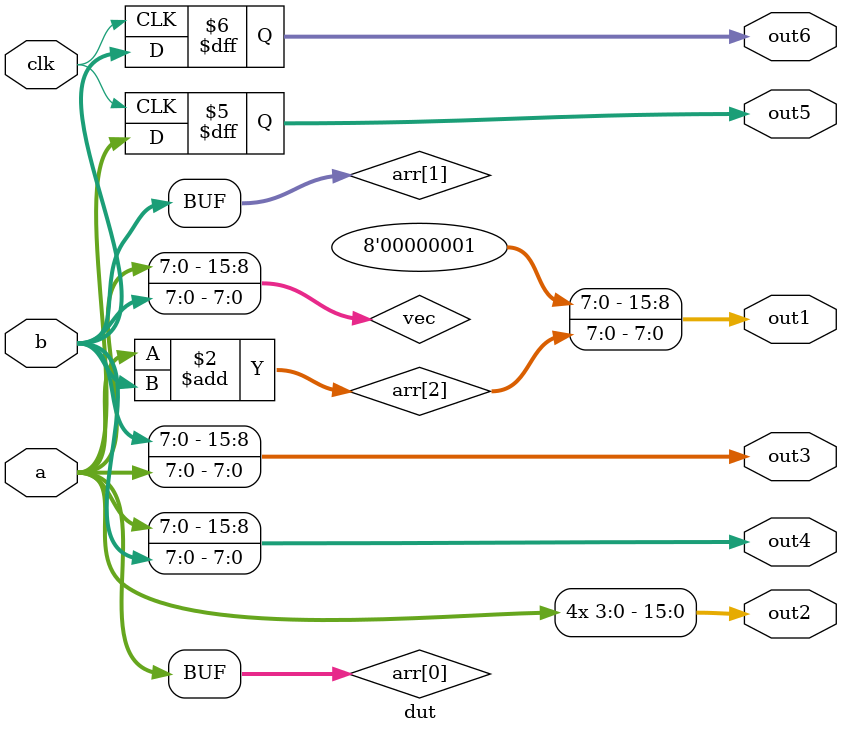
<source format=v>
module dut (
    input clk,
    input [7:0] a,
    input [7:0] b,
    output reg [15:0] out1,
    output reg [15:0] out2,
    output reg [15:0] out3,
    output reg [15:0] out4,
    output reg [7:0] out5,
    output reg [7:0] out6

);
    reg [7:0] arr[3:0]; // 4x8位的数组
    reg [15:0] vec; // 16位的向量

    always @(*) begin
        // 数组赋值
        // parameter i = 0;
        // for (i = 0; i < 4; ++i) begin
        //   arr[0] = 8'B0;
        // end

        arr[0] = a;
        arr[1] = b;
        arr[2] = a + b;
        arr[3] = a - b;

        // 向量赋值
        vec = {arr[0], arr[1]}; // 连接两个8位数组元素形成16位向量

        // 不同的拼接表达式
        out1 = {7'b0, 1'b1, arr[2]}; // 8位高位补0,拼接8位数组元素
        out2 = {4{a[3:0]}}; // 复制a的低4位4次形成16位输出
        out3 = {b, a}; // 连接两个8位输入形成16位输出
        out4 = {vec[15:8], vec[7:0]}; // 左值拼接,交换16位向量的高低8位
    end
    always @(posedge clk) begin
        {out5, out6} <= {a, b};
    end
endmodule

</source>
